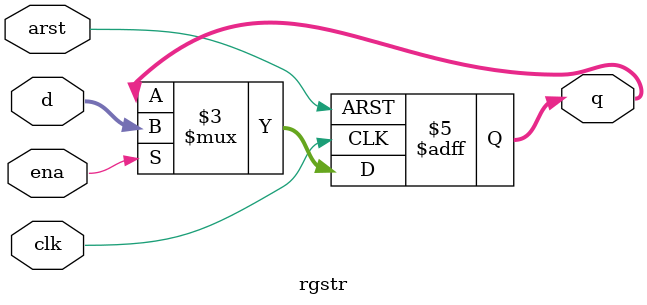
<source format=sv>
module rgstr (arst, ena, clk, d, q);
parameter width_rg = 8;

input clk, arst, ena;
input [width_rg-1:0] d;
output reg [width_rg-1:0] q;

always @(posedge clk, negedge arst)
if (arst == 1'b0) q <= {width_rg{1'b0}}; 
else if (ena) q <= d;

endmodule 
</source>
